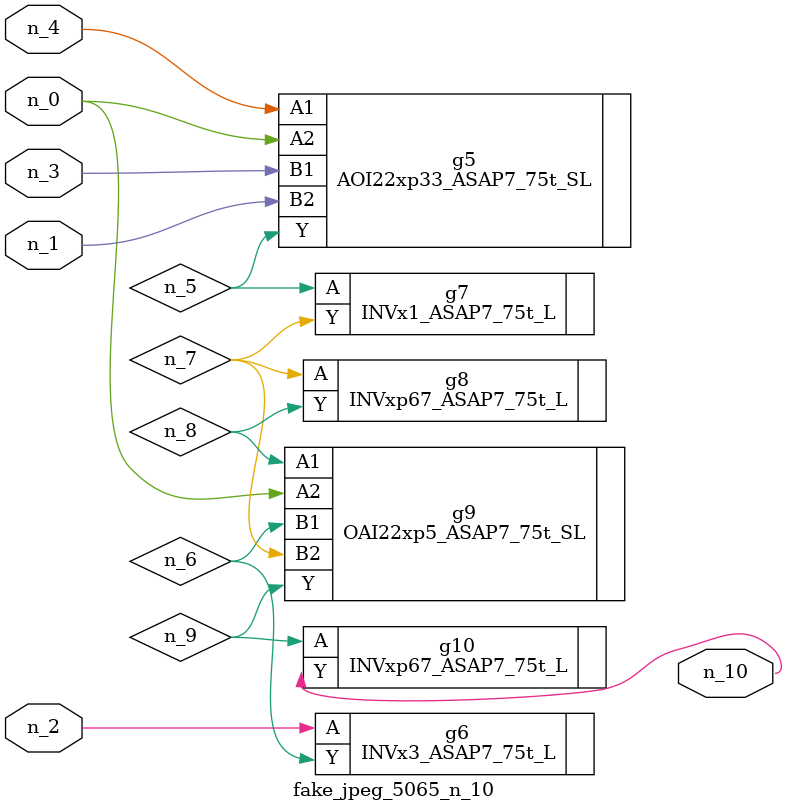
<source format=v>
module fake_jpeg_5065_n_10 (n_3, n_2, n_1, n_0, n_4, n_10);

input n_3;
input n_2;
input n_1;
input n_0;
input n_4;

output n_10;

wire n_8;
wire n_9;
wire n_6;
wire n_5;
wire n_7;

AOI22xp33_ASAP7_75t_SL g5 ( 
.A1(n_4),
.A2(n_0),
.B1(n_3),
.B2(n_1),
.Y(n_5)
);

INVx3_ASAP7_75t_L g6 ( 
.A(n_2),
.Y(n_6)
);

INVx1_ASAP7_75t_L g7 ( 
.A(n_5),
.Y(n_7)
);

INVxp67_ASAP7_75t_L g8 ( 
.A(n_7),
.Y(n_8)
);

OAI22xp5_ASAP7_75t_SL g9 ( 
.A1(n_8),
.A2(n_0),
.B1(n_6),
.B2(n_7),
.Y(n_9)
);

INVxp67_ASAP7_75t_L g10 ( 
.A(n_9),
.Y(n_10)
);


endmodule
</source>
